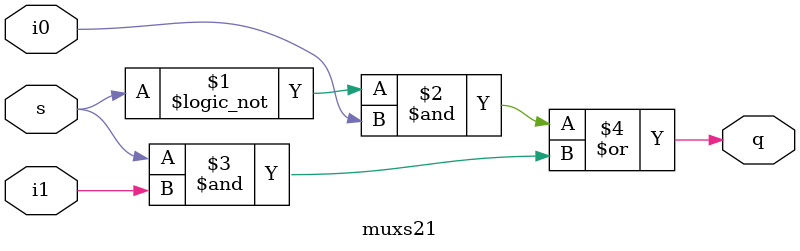
<source format=v>
module muxs21(i0,i1,s,q);
    
input i1,i0,s;
output q;
										//s =1 then i1 is choosen
assign q= (!s & i0)|(s & i1);

endmodule

</source>
